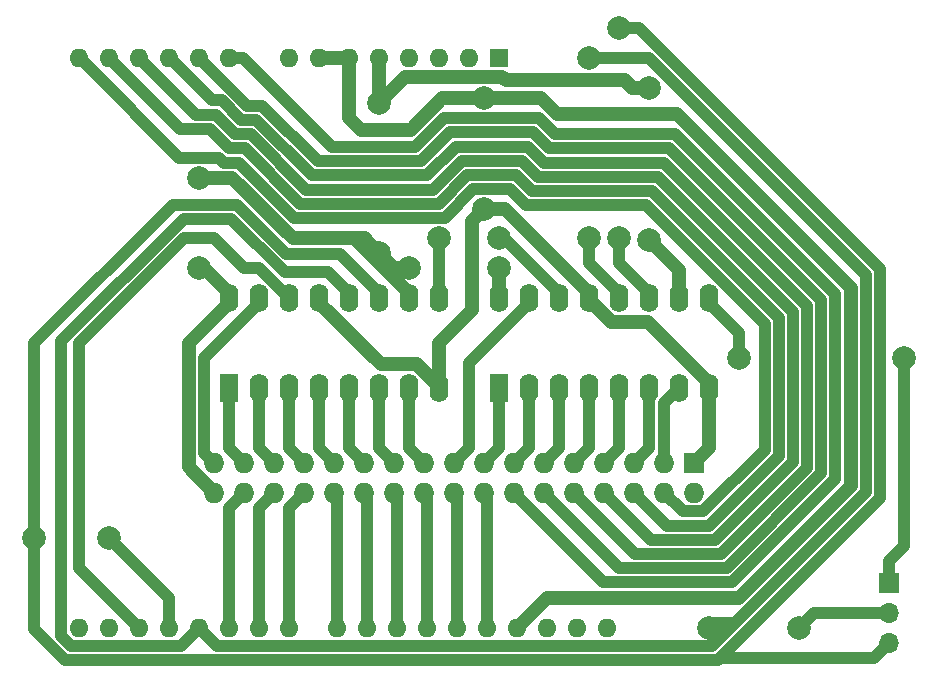
<source format=gbl>
G04 #@! TF.GenerationSoftware,KiCad,Pcbnew,(5.1.2)-1*
G04 #@! TF.CreationDate,2019-06-24T21:27:01+09:30*
G04 #@! TF.ProjectId,EEPROM_Programmer,45455052-4f4d-45f5-9072-6f6772616d6d,rev?*
G04 #@! TF.SameCoordinates,Original*
G04 #@! TF.FileFunction,Copper,L2,Bot*
G04 #@! TF.FilePolarity,Positive*
%FSLAX45Y45*%
G04 Gerber Fmt 4.5, Leading zero omitted, Abs format (unit mm)*
G04 Created by KiCad (PCBNEW (5.1.2)-1) date 2019-06-24 21:27:01*
%MOMM*%
%LPD*%
G04 APERTURE LIST*
%ADD10O,1.600000X2.400000*%
%ADD11R,1.600000X2.400000*%
%ADD12O,1.700000X1.700000*%
%ADD13R,1.700000X1.700000*%
%ADD14R,1.727200X1.727200*%
%ADD15O,1.727200X1.727200*%
%ADD16O,1.600000X1.600000*%
%ADD17R,1.600000X1.600000*%
%ADD18C,2.000000*%
%ADD19C,1.200000*%
%ADD20C,1.000000*%
G04 APERTURE END LIST*
D10*
X17272000Y-6731000D03*
X19050000Y-7493000D03*
X17526000Y-6731000D03*
X18796000Y-7493000D03*
X17780000Y-6731000D03*
X18542000Y-7493000D03*
X18034000Y-6731000D03*
X18288000Y-7493000D03*
X18288000Y-6731000D03*
X18034000Y-7493000D03*
X18542000Y-6731000D03*
X17780000Y-7493000D03*
X18796000Y-6731000D03*
X17526000Y-7493000D03*
X19050000Y-6731000D03*
D11*
X17272000Y-7493000D03*
D12*
X20574000Y-9652000D03*
X20574000Y-9398000D03*
D13*
X20574000Y-9144000D03*
D14*
X18923000Y-8128000D03*
D15*
X18923000Y-8382000D03*
X18669000Y-8128000D03*
X18669000Y-8382000D03*
X18415000Y-8128000D03*
X18415000Y-8382000D03*
X18161000Y-8128000D03*
X18161000Y-8382000D03*
X17907000Y-8128000D03*
X17907000Y-8382000D03*
X17653000Y-8128000D03*
X17653000Y-8382000D03*
X17399000Y-8128000D03*
X17399000Y-8382000D03*
X17145000Y-8128000D03*
X17145000Y-8382000D03*
X16891000Y-8128000D03*
X16891000Y-8382000D03*
X16637000Y-8128000D03*
X16637000Y-8382000D03*
X16383000Y-8128000D03*
X16383000Y-8382000D03*
X16129000Y-8128000D03*
X16129000Y-8382000D03*
X15875000Y-8128000D03*
X15875000Y-8382000D03*
X15621000Y-8128000D03*
X15621000Y-8382000D03*
X15367000Y-8128000D03*
X15367000Y-8382000D03*
X15113000Y-8128000D03*
X15113000Y-8382000D03*
X14859000Y-8128000D03*
X14859000Y-8382000D03*
D16*
X13970000Y-9525000D03*
X13716000Y-9525000D03*
X17678000Y-9525000D03*
X13716000Y-4699000D03*
X17424000Y-9525000D03*
X13970000Y-4699000D03*
X17170000Y-9525000D03*
X14224000Y-4699000D03*
X16916000Y-9525000D03*
X14478000Y-4699000D03*
X16662000Y-9525000D03*
X14732000Y-4699000D03*
X16408000Y-9525000D03*
X14986000Y-4699000D03*
X16154000Y-9525000D03*
X15494000Y-4699000D03*
X15900000Y-9525000D03*
X15748000Y-4699000D03*
X15494000Y-9525000D03*
X16002000Y-4699000D03*
X15240000Y-9525000D03*
X16256000Y-4699000D03*
X14986000Y-9525000D03*
X16510000Y-4699000D03*
X14732000Y-9525000D03*
X16764000Y-4699000D03*
X14478000Y-9525000D03*
X17018000Y-4699000D03*
X14224000Y-9525000D03*
D17*
X17272000Y-4699000D03*
D16*
X17932000Y-9525000D03*
X18186000Y-9525000D03*
D10*
X14986000Y-6731000D03*
X16764000Y-7493000D03*
X15240000Y-6731000D03*
X16510000Y-7493000D03*
X15494000Y-6731000D03*
X16256000Y-7493000D03*
X15748000Y-6731000D03*
X16002000Y-7493000D03*
X16002000Y-6731000D03*
X15748000Y-7493000D03*
X16256000Y-6731000D03*
X15494000Y-7493000D03*
X16510000Y-6731000D03*
X15240000Y-7493000D03*
X16764000Y-6731000D03*
D11*
X14986000Y-7493000D03*
D18*
X17144999Y-5979010D03*
X17145000Y-5039002D03*
X14732000Y-6477000D03*
X14732000Y-5715000D03*
X16256000Y-6350000D03*
X16256000Y-5080000D03*
X18542000Y-4953000D03*
X18542000Y-6237000D03*
X17272000Y-6477000D03*
X16510000Y-6477000D03*
X18034000Y-6223000D03*
X18034000Y-4699000D03*
X13335000Y-8763000D03*
X13970000Y-8763000D03*
X18288000Y-6223000D03*
X18288000Y-4445000D03*
X17272000Y-6222999D03*
X16764000Y-6223000D03*
X19812000Y-9525000D03*
X19050000Y-9525000D03*
X19304000Y-7239000D03*
X20701000Y-7239000D03*
D19*
X19050000Y-8001000D02*
X19050000Y-7493000D01*
X18923000Y-8128000D02*
X19050000Y-8001000D01*
X16764000Y-7480724D02*
X16764000Y-7493000D01*
X16576274Y-7292999D02*
X16764000Y-7480724D01*
X16269999Y-7292999D02*
X16576274Y-7292999D01*
X15748000Y-6771000D02*
X16269999Y-7292999D01*
X15748000Y-6731000D02*
X15748000Y-6771000D01*
X18034000Y-6743275D02*
X18034000Y-6731000D01*
X18221726Y-6931001D02*
X18034000Y-6743275D01*
X18528001Y-6931001D02*
X18221726Y-6931001D01*
X19050000Y-7453000D02*
X18528001Y-6931001D01*
X19050000Y-7493000D02*
X19050000Y-7453000D01*
X15748000Y-4699000D02*
X16002000Y-4699000D01*
X16764000Y-7493000D02*
X16764000Y-7112000D01*
X16764000Y-7112000D02*
X17045000Y-6831000D01*
X17045000Y-6831000D02*
X17045000Y-6079010D01*
X17045000Y-6079010D02*
X17144999Y-5979010D01*
X17322010Y-5979010D02*
X17286421Y-5979010D01*
X18034000Y-6731000D02*
X18034000Y-6691000D01*
X17286421Y-5979010D02*
X17144999Y-5979010D01*
X18034000Y-6691000D02*
X17322010Y-5979010D01*
X16002000Y-5207000D02*
X16102000Y-5307000D01*
X19300431Y-9268367D02*
X20248997Y-8319800D01*
X17003578Y-5039002D02*
X17145000Y-5039002D01*
X16102000Y-5307000D02*
X16523014Y-5307000D01*
X16523014Y-5307000D02*
X16791012Y-5039002D01*
X17680633Y-9268367D02*
X19300431Y-9268367D01*
X16791012Y-5039002D02*
X17003578Y-5039002D01*
X16002000Y-4699000D02*
X16002000Y-5207000D01*
X17625987Y-5039002D02*
X17286421Y-5039002D01*
X20248997Y-6645480D02*
X18777717Y-5174200D01*
X17424000Y-9525000D02*
X17680633Y-9268367D01*
X20248997Y-8319800D02*
X20248997Y-6645480D01*
X18777717Y-5174200D02*
X17761186Y-5174200D01*
X17761186Y-5174200D02*
X17625987Y-5039002D01*
X17286421Y-5039002D02*
X17145000Y-5039002D01*
D20*
X16916000Y-8407000D02*
X16891000Y-8382000D01*
X16916000Y-9525000D02*
X16916000Y-8407000D01*
X16662000Y-8407000D02*
X16637000Y-8382000D01*
X16662000Y-9525000D02*
X16662000Y-8407000D01*
X16408000Y-8407000D02*
X16383000Y-8382000D01*
X16408000Y-9525000D02*
X16408000Y-8407000D01*
X16154000Y-8407000D02*
X16129000Y-8382000D01*
X16154000Y-9525000D02*
X16154000Y-8407000D01*
X15900000Y-8407000D02*
X15875000Y-8382000D01*
X15900000Y-9525000D02*
X15900000Y-8407000D01*
X15494000Y-8509000D02*
X15621000Y-8382000D01*
X15494000Y-8509000D02*
X15494000Y-9525000D01*
X15240000Y-8509000D02*
X15367000Y-8382000D01*
X15240000Y-9525000D02*
X15240000Y-8509000D01*
D19*
X14986000Y-6771000D02*
X14986000Y-6731000D01*
X14642639Y-7114361D02*
X14986000Y-6771000D01*
X14642639Y-8165639D02*
X14642639Y-7114361D01*
X14859000Y-8382000D02*
X14642639Y-8165639D01*
X14986000Y-6691000D02*
X14772000Y-6477000D01*
X14772000Y-6477000D02*
X14732000Y-6477000D01*
X14986000Y-6731000D02*
X14986000Y-6691000D01*
X14732000Y-5715000D02*
X14732000Y-5715000D01*
X16510000Y-6731000D02*
X16510000Y-6691000D01*
X14873421Y-5715000D02*
X14732000Y-5715000D01*
X15013444Y-5715000D02*
X14873421Y-5715000D01*
X15524445Y-6226001D02*
X15013444Y-5715000D01*
X16045001Y-6226001D02*
X15524445Y-6226001D01*
X16510000Y-6691000D02*
X16045001Y-6226001D01*
X16132001Y-6226001D02*
X16156000Y-6250000D01*
X16045001Y-6226001D02*
X16132001Y-6226001D01*
X16156000Y-6250000D02*
X16256000Y-6350000D01*
X16256000Y-4812137D02*
X16256000Y-5080000D01*
X16256000Y-4699000D02*
X16256000Y-4812137D01*
X18796000Y-6491000D02*
X18542000Y-6237000D01*
X18796000Y-6731000D02*
X18796000Y-6491000D01*
X18542000Y-4953000D02*
X18542000Y-4953000D01*
X18542000Y-6237000D02*
X18542000Y-6237000D01*
X16256000Y-5080000D02*
X16477000Y-4859000D01*
X16477000Y-4859000D02*
X17296510Y-4859000D01*
X17296510Y-4859000D02*
X17326501Y-4888992D01*
X17326501Y-4888992D02*
X18336570Y-4888992D01*
X18336570Y-4888992D02*
X18400579Y-4953000D01*
X18400579Y-4953000D02*
X18542000Y-4953000D01*
X16256000Y-6350000D02*
X16383000Y-6477000D01*
X16383000Y-6477000D02*
X16510000Y-6477000D01*
X17272000Y-6731000D02*
X17272000Y-6477000D01*
X17272000Y-6477000D02*
X17272000Y-6477000D01*
X16510000Y-6477000D02*
X16510000Y-6477000D01*
D20*
X14986000Y-8509000D02*
X15113000Y-8382000D01*
X14986000Y-9398000D02*
X14986000Y-9525000D01*
X14986000Y-8509000D02*
X14986000Y-9398000D01*
X16891000Y-8128000D02*
X17018000Y-8001000D01*
X17018000Y-8001000D02*
X17018000Y-7279000D01*
X17526000Y-6771000D02*
X17526000Y-6731000D01*
X17018000Y-7279000D02*
X17526000Y-6771000D01*
X17170000Y-8407000D02*
X17145000Y-8382000D01*
X17170000Y-9525000D02*
X17170000Y-8407000D01*
X18542000Y-7493000D02*
X18542000Y-8001000D01*
X18542000Y-8001000D02*
X18415000Y-8128000D01*
X18288000Y-8001000D02*
X18161000Y-8128000D01*
X18288000Y-7493000D02*
X18288000Y-8001000D01*
X18034000Y-8001000D02*
X17907000Y-8128000D01*
X18034000Y-7493000D02*
X18034000Y-8001000D01*
X17780000Y-7493000D02*
X17780000Y-8001000D01*
X17780000Y-8001000D02*
X17653000Y-8128000D01*
X17526000Y-8001000D02*
X17526000Y-7493000D01*
X17399000Y-8128000D02*
X17526000Y-8001000D01*
X17272000Y-7493000D02*
X17272000Y-8001000D01*
X17272000Y-8001000D02*
X17145000Y-8128000D01*
X14772640Y-8041640D02*
X14772640Y-7238360D01*
X14859000Y-8128000D02*
X14772640Y-8041640D01*
X15240000Y-6771000D02*
X15240000Y-6731000D01*
X14772640Y-7238360D02*
X15240000Y-6771000D01*
X16510000Y-7493000D02*
X16510000Y-8001000D01*
X16510000Y-8001000D02*
X16637000Y-8128000D01*
X16256000Y-8001000D02*
X16383000Y-8128000D01*
X16256000Y-7493000D02*
X16256000Y-8001000D01*
X16002000Y-7493000D02*
X16002000Y-8001000D01*
X16002000Y-8001000D02*
X16129000Y-8128000D01*
X15748000Y-8001000D02*
X15875000Y-8128000D01*
X15748000Y-7493000D02*
X15748000Y-8001000D01*
X15494000Y-7493000D02*
X15494000Y-8001000D01*
X15494000Y-8001000D02*
X15621000Y-8128000D01*
X15240000Y-7493000D02*
X15240000Y-8001000D01*
X15240000Y-8001000D02*
X15367000Y-8128000D01*
X14986000Y-7493000D02*
X14986000Y-8001000D01*
X14986000Y-8001000D02*
X15113000Y-8128000D01*
X16002000Y-6691000D02*
X15822000Y-6511000D01*
X13566000Y-9597000D02*
X13644000Y-9675000D01*
X15822000Y-6511000D02*
X15455887Y-6511000D01*
X13566000Y-7094693D02*
X13566000Y-9597000D01*
X14582000Y-9675000D02*
X14652000Y-9605000D01*
X16002000Y-6731000D02*
X16002000Y-6691000D01*
X14652000Y-9605000D02*
X14732000Y-9525000D01*
X13644000Y-9675000D02*
X14582000Y-9675000D01*
X14600693Y-6059999D02*
X13566000Y-7094693D01*
X15004887Y-6059999D02*
X14600693Y-6059999D01*
X15455887Y-6511000D02*
X15004887Y-6059999D01*
X18288000Y-6691000D02*
X18034000Y-6437000D01*
X18288000Y-6731000D02*
X18288000Y-6691000D01*
X18034000Y-6437000D02*
X18034000Y-6223000D01*
X18034000Y-6223000D02*
X18034000Y-6223000D01*
X18034000Y-4699000D02*
X18034000Y-4699000D01*
X13335000Y-8763000D02*
X13335000Y-8763000D01*
X14478000Y-9525000D02*
X14478000Y-9271000D01*
X14478000Y-9271000D02*
X13970000Y-8763000D01*
X13970000Y-8763000D02*
X13970000Y-8763000D01*
X16256000Y-6691000D02*
X15921002Y-6356002D01*
X15470597Y-6356002D02*
X15054593Y-5939998D01*
X15054593Y-5939998D02*
X14507002Y-5939998D01*
X14507002Y-5939998D02*
X13335000Y-7112000D01*
X15921002Y-6356002D02*
X15470597Y-6356002D01*
X13335000Y-8621579D02*
X13335000Y-8763000D01*
X16256000Y-6731000D02*
X16256000Y-6691000D01*
X13335000Y-7112000D02*
X13335000Y-8621579D01*
X18542000Y-6691000D02*
X18288000Y-6437000D01*
X18542000Y-6731000D02*
X18542000Y-6691000D01*
X18288000Y-6437000D02*
X18288000Y-6223000D01*
X18288000Y-6223000D02*
X18288000Y-6223000D01*
X18288000Y-4445000D02*
X18288000Y-4445000D01*
X15240000Y-6477000D02*
X15494000Y-6731000D01*
X13716000Y-9017000D02*
X13716000Y-7114400D01*
X14224000Y-9525000D02*
X13716000Y-9017000D01*
X13716000Y-7114400D02*
X14607400Y-6223000D01*
X14607400Y-6223000D02*
X14859000Y-6223000D01*
X14859000Y-6223000D02*
X15113000Y-6477000D01*
X15113000Y-6477000D02*
X15240000Y-6477000D01*
X16764000Y-6477000D02*
X16764000Y-6477000D01*
X17311999Y-6222999D02*
X17272000Y-6222999D01*
X17780000Y-6691000D02*
X17311999Y-6222999D01*
X17780000Y-6731000D02*
X17780000Y-6691000D01*
X16764000Y-6731000D02*
X16764000Y-6223000D01*
X13796000Y-4779000D02*
X13716000Y-4699000D01*
X14562000Y-5545000D02*
X13796000Y-4779000D01*
X14899172Y-5545000D02*
X14562000Y-5545000D01*
X14939171Y-5584999D02*
X14899172Y-5545000D01*
X15067292Y-5584999D02*
X14939171Y-5584999D01*
X15535292Y-6052999D02*
X15067292Y-5584999D01*
X16809400Y-6052999D02*
X15535292Y-6052999D01*
X17053391Y-5809008D02*
X16809400Y-6052999D01*
X17363609Y-5809008D02*
X17053391Y-5809008D01*
X17498807Y-5944206D02*
X17363609Y-5809008D01*
X18515338Y-5944206D02*
X17498807Y-5944206D01*
X19518990Y-6947858D02*
X18515338Y-5944206D01*
X19518990Y-8017422D02*
X19518990Y-6947858D01*
X18998052Y-8538360D02*
X19518990Y-8017422D01*
X18825360Y-8538360D02*
X18998052Y-8538360D01*
X18669000Y-8382000D02*
X18825360Y-8538360D01*
X17548513Y-5824205D02*
X18565044Y-5824205D01*
X18565044Y-5824205D02*
X19638991Y-6898152D01*
X19638991Y-6898152D02*
X19638991Y-8067128D01*
X18501360Y-8468360D02*
X18415000Y-8382000D01*
X19638991Y-8067128D02*
X19047758Y-8658361D01*
X19047758Y-8658361D02*
X18691361Y-8658361D01*
X18691361Y-8658361D02*
X18501360Y-8468360D01*
X15584998Y-5932998D02*
X16759693Y-5932998D01*
X13970000Y-4699000D02*
X14568999Y-5297999D01*
X17003684Y-5689007D02*
X17413315Y-5689007D01*
X17413315Y-5689007D02*
X17548513Y-5824205D01*
X16759693Y-5932998D02*
X17003684Y-5689007D01*
X15116998Y-5464998D02*
X15584998Y-5932998D01*
X14568999Y-5297999D02*
X14821878Y-5297999D01*
X14988877Y-5464998D02*
X15116998Y-5464998D01*
X14821878Y-5297999D02*
X14988877Y-5464998D01*
X14702998Y-5177998D02*
X14871584Y-5177998D01*
X14871584Y-5177998D02*
X15038583Y-5344997D01*
X14224000Y-4699000D02*
X14702998Y-5177998D01*
X15166704Y-5344997D02*
X15634704Y-5812997D01*
X15634704Y-5812997D02*
X16709987Y-5812997D01*
X16709987Y-5812997D02*
X16953978Y-5569006D01*
X16953978Y-5569006D02*
X17463022Y-5569007D01*
X18614750Y-5704204D02*
X19758992Y-6848446D01*
X19758992Y-6848446D02*
X19758992Y-8116834D01*
X19758992Y-8116834D02*
X19097464Y-8778362D01*
X19097464Y-8778362D02*
X18557362Y-8778362D01*
X18557362Y-8778362D02*
X18247360Y-8468360D01*
X15038583Y-5344997D02*
X15166704Y-5344997D01*
X17463022Y-5569007D02*
X17598219Y-5704204D01*
X18247360Y-8468360D02*
X18161000Y-8382000D01*
X17598219Y-5704204D02*
X18614750Y-5704204D01*
X19147170Y-8898363D02*
X19878994Y-8166540D01*
X18423363Y-8898363D02*
X19147170Y-8898363D01*
X15216410Y-5224996D02*
X15088289Y-5224996D01*
X15088289Y-5224996D02*
X14921290Y-5057997D01*
X14836997Y-5057997D02*
X14558000Y-4779000D01*
X16660281Y-5692996D02*
X15684410Y-5692996D01*
X15684410Y-5692996D02*
X15216410Y-5224996D01*
X14558000Y-4779000D02*
X14478000Y-4699000D01*
X17512727Y-5449005D02*
X16904272Y-5449005D01*
X17647925Y-5584203D02*
X17512727Y-5449005D01*
X18664456Y-5584203D02*
X17647925Y-5584203D01*
X19878994Y-6798740D02*
X18664456Y-5584203D01*
X19878994Y-8166540D02*
X19878994Y-6798740D01*
X17907000Y-8382000D02*
X18423363Y-8898363D01*
X16904272Y-5449005D02*
X16660281Y-5692996D01*
X14921290Y-5057997D02*
X14836997Y-5057997D01*
X17697631Y-5464201D02*
X18714162Y-5464201D01*
X19196876Y-9018365D02*
X18289365Y-9018365D01*
X15734116Y-5572995D02*
X16610575Y-5572995D01*
X19998995Y-6749034D02*
X19998995Y-8216246D01*
X16610575Y-5572995D02*
X16854566Y-5329004D01*
X17739360Y-8468360D02*
X17653000Y-8382000D01*
X17562433Y-5329004D02*
X17697631Y-5464201D01*
X16854566Y-5329004D02*
X17562433Y-5329004D01*
X15137995Y-5104995D02*
X15266116Y-5104995D01*
X15266116Y-5104995D02*
X15734116Y-5572995D01*
X18714162Y-5464201D02*
X19998995Y-6749034D01*
X14732000Y-4699000D02*
X15137995Y-5104995D01*
X19998995Y-8216246D02*
X19196876Y-9018365D01*
X18289365Y-9018365D02*
X17739360Y-8468360D01*
X17747337Y-5344200D02*
X17612139Y-5209003D01*
X16804860Y-5209003D02*
X16560869Y-5452994D01*
X17399000Y-8382000D02*
X18155366Y-9138366D01*
X17612139Y-5209003D02*
X16804860Y-5209003D01*
X20118996Y-6699328D02*
X18763868Y-5344200D01*
X15099137Y-4699000D02*
X14986000Y-4699000D01*
X20118996Y-8265952D02*
X20118996Y-6699328D01*
X15853131Y-5452994D02*
X15099137Y-4699000D01*
X16560869Y-5452994D02*
X15853131Y-5452994D01*
X18763868Y-5344200D02*
X17747337Y-5344200D01*
X18155366Y-9138366D02*
X19246582Y-9138366D01*
X19246582Y-9138366D02*
X20118996Y-8265952D01*
X18669000Y-8128000D02*
X18669000Y-7620000D01*
X18669000Y-7620000D02*
X18796000Y-7493000D01*
X20498999Y-8423355D02*
X20498999Y-6488692D01*
X18429421Y-4445000D02*
X18288000Y-4445000D01*
X19127353Y-9795001D02*
X20498999Y-8423355D01*
X13335000Y-9535707D02*
X13594294Y-9795001D01*
X13594294Y-9795001D02*
X19127353Y-9795001D01*
X20498999Y-6488692D02*
X18455307Y-4445000D01*
X18455307Y-4445000D02*
X18429421Y-4445000D01*
X13335000Y-8763000D02*
X13335000Y-9535707D01*
X20574000Y-9652000D02*
X20447000Y-9779000D01*
X20447000Y-9779000D02*
X19177000Y-9779000D01*
X14882000Y-9675000D02*
X19077647Y-9675000D01*
X20378998Y-8373649D02*
X20378998Y-6538398D01*
X20378998Y-6538398D02*
X18539600Y-4699000D01*
X18539600Y-4699000D02*
X18175421Y-4699000D01*
X14732000Y-9525000D02*
X14882000Y-9675000D01*
X18175421Y-4699000D02*
X18034000Y-4699000D01*
X19265823Y-9486823D02*
X19329323Y-9423323D01*
X19265823Y-9486823D02*
X20378998Y-8373649D01*
X19202323Y-9550323D02*
X19265823Y-9486823D01*
X19077647Y-9675000D02*
X19202323Y-9550323D01*
X20574000Y-9398000D02*
X19939000Y-9398000D01*
X19939000Y-9398000D02*
X19812000Y-9525000D01*
X19812000Y-9525000D02*
X19812000Y-9525000D01*
X19265823Y-9486823D02*
X19088177Y-9486823D01*
X19088177Y-9486823D02*
X19050000Y-9525000D01*
X19050000Y-9525000D02*
X19050000Y-9525000D01*
X20574000Y-8959000D02*
X20701000Y-8832000D01*
X20574000Y-9144000D02*
X20574000Y-8959000D01*
X20701000Y-8832000D02*
X20701000Y-7493000D01*
X19050000Y-6771000D02*
X19304000Y-7025000D01*
X19050000Y-6731000D02*
X19050000Y-6771000D01*
X19304000Y-7025000D02*
X19304000Y-7239000D01*
X20701000Y-7493000D02*
X20701000Y-7239000D01*
X19304000Y-7239000D02*
X19304000Y-7239000D01*
X20701000Y-7239000D02*
X20701000Y-7239000D01*
M02*

</source>
